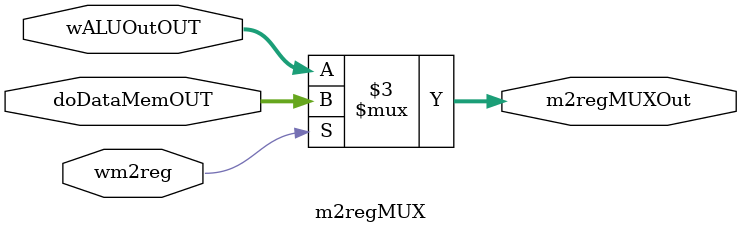
<source format=v>
`timescale 1ns / 1ps


module project(clk, m2regMUXOut);
    input clk;
    wire wwreg;
    wire wm2reg;
    wire [4:0] FMuxOUT;
    wire [31:0] wALUOutOUT;
    wire [31:0] doDataMemOUT;
    wire wregOUT, m2regOUT, wmemOUT, aluimmOUT;
    wire [3:0] alucOUT;
    wire [4:0] mux1OutOUT;
    wire [31:0] qaOUT, qbOUT, eOUT;
    
    wire [31:0] currentPC;
    wire [31:0] do;
    wire [31:0] PCD;
    wire [31:0] qaOut;
    wire [31:0] qbOut;
    
    wire [31:0] e;    
    wire [4:0] rs, rt, rd;
    wire [5:0] op, func;
    wire [15:0] imm;
    wire regrt, wreg, m2reg, wmem, aluimm;
    wire [3:0] aluc;
    wire [4:0] mux1Out;
    wire [31:0] mux2Out;
    wire [31:0] ALUOut;
    
    wire mwreg, mm2reg, mwmem; //Lab 4 Output
    wire [4:0] mmux1OutOUT;
    wire [31:0] ALUOutOUT; //Lab 4 Output
    wire [31:0] mqbOUT; //Lab 4 Output
    wire [31:0] doDataMem; //Lab 4 Output
    
    //New Project Wires
    wire [31:0] qa, qb;
    wire wpcir;
    wire [1:0] fwdb, fwda;
    
    output [31:0] m2regMUXOut;
    
    program_counter P1(.clk(clk),.pc(currentPC), .wpcir(wpcir));
    instMem M1(.a(currentPC), .do(do));
    ifid_ff FF1(.clk(clk), .do(do), .q(PCD), .wpcir(wpcir));
    assign op = PCD[31:26];
    assign rs = PCD[25:21];
    assign rt = PCD[20:16];
    assign rd = PCD[15:11];
    assign imm = PCD[15:0];
    assign func = PCD[5:0];
    
    signExtender SE(.imm(imm), .e(e));
    
    controlUnit CU(.op(op), .func(func), .wreg(wreg), .m2reg(m2reg), .wmem(wmem), .aluc(aluc), .aluimm(aluimm), .regrt(regrt),
    .rs(rs), .rt(rt), .wpcir(wpcir), .fwda(fwda), .fwdb(fwdb), .mrn(mmux1OutOUT), .mm2reg(mm2reg), .mwreg(mm2reg), .ern(mux1OutOUT), .em2reg(m2regOUT), .ewreg(wregOUT));
    
    mux_01 MUX1(.regrt(regrt), .instr(PCD), .out(mux1Out));
    
    mux_41 MUX41(.fwda(fwda), .qa(qa), .ALUOut(ALUOut), .ALUOutOUT(ALUOutOUT), .doDataMem(doDataMem), .qaOut(qaOut));
    
    mux_42 MUX42(.fwdb(fwdb), .qb(qb), .ALUOut(ALUOut), .ALUOutOUT(ALUOutOUT), .doDataMem(doDataMem), .qbOut(qbOut));
    
    id_exe FF2(.wreg(wreg), .m2reg(m2reg), .wmem(wmem), .aluc(aluc), .aluimm(aluimm), .mux1Out(mux1Out), .qaOut(qaOut), .qbOut(qbOut), .e(e), .wpcir(wpcir),
               .wregOUT(wregOUT), .m2regOUT(m2regOUT), .wmemOUT(wmemOUT), .alucOUT(alucOUT), .aluimmOUT(aluimmOUT), .mux1OutOUT(mux1OutOUT), .qaOUT(qaOUT), .qbOUT(qbOUT), .eOUT(eOUT),.clk(clk));
               
               
    // Lab 4 Starts Here
    mux2 MUX2(.qbOUT(qbOUT), .eOUT(eOUT), .aluimmOUT(aluimmOUT), .mux2Out(mux2Out));
    
    ALU ALU(.alucOUT(alucOUT), .qaOUT(qaOUT), .mux2Out(mux2Out), .ALUOut(ALUOut));
    
    
    exe_mem EXE2(.wregOUT(wregOUT), .m2regOUT(m2regOUT), .wmemOUT(wmemOUT), .mux1OutOUT(mux1OutOUT), .ALUOut(ALUOut), .qbOUT(qbOUT), .clk(clk),
    .mwreg(mwreg), .mm2reg(mm2reg), .mwmem(mwmem), .mmux1OutOUT(mmux1OutOUT), .ALUOutOUT(ALUOutOUT), .mqbOUT(mqbOUT));
    
    dataMem DMEM(.we(mwmem), .addr(ALUOutOUT), .datain(mqbOUT), .clk(clk), .doDataMem(doDataMem));
    
    mem_wb FF3(.mwreg(mwreg), .mm2reg(mm2reg), .mwmem(mwmem), .mmux1OutOUT(mmux1OutOUT), .ALUOutOUT(ALUOutOUT), .doDataMem(doDataMem), .clk(clk),
    .wwreg(wwreg), .wm2reg(wm2reg), .FMuxOUT(FMuxOUT), .wALUOutOUT(wALUOutOUT), .doDataMemOUT(doDataMemOUT));
    
    m2regMUX MUX3(.wm2reg(wm2reg), .wALUOutOUT(wALUOutOUT), .doDataMemOUT(doDataMemOUT), .m2regMUXOut(m2regMUXOut));
    
    regFile RF(.clk(clk), .we(wwreg), .rna(rs), .rnb(rt), .wn(FMuxOUT), .d(m2regMUXOut), .qa(qa), .qb(qb));
endmodule


module instMem(input [31:0] a, output reg [31:0] do);
reg [31:0] rom[1023:0];
integer i;
initial begin
    for (i=0; i<64; i=i+1)
        rom[i] = 0;
    rom[0] = 32'h34040050; // (00) main: ori $4, $zero, 0x50 no stall $4 = 0x0 | 0x50 = 0x50
    rom[4] = 32'h8c880000; // (04) lw $8, 0($4) no stall $8 = ram[$4] = ram[0x50] = 0xa3
    rom[8] = 32'h20840004; // (08) addi $4, $4, 4 no stall $4 = $4 + 4 = 0x54
    rom[12] = 32'h8c890000; // (0c) lw $9, 0($4) no stall $9 = ram[$4] = ram[0x54] = 0x27
    rom[16] = 32'h01094020; // (10) add $8, $8, $9 stall $8 = $8 + $9 = 0xa3 + 0x27 = 0xca
    rom[20] = 32'h20840004; // (14) addi $4, $4, 4 no stall $4 = $4 + 4 = 0x58
    rom[24] = 32'hac880000; // (18) sw $8, 0($4) no stall ram[$4] = $8 -> ram[0x58] = 0xca*/
end

always @(*) begin
    do = rom[a[7:2]];
end
endmodule


module program_counter(
input clk,
input wpcir,
output reg [31:0] pc);

parameter increment_amount = 32'd4;

initial 
    pc=0;
    
always @(posedge clk)
begin
    if (wpcir == 1)
        pc <= pc;
    else
        pc <= pc + increment_amount;
end
endmodule


module  ifid_ff(
input [31:0] do,
input clk,
input wpcir,
output reg [31:0] q);

always @(posedge clk)
begin
    if (wpcir == 1)
        q <= q;
    else
        q <= do;
end
endmodule


module regFile(
input clk,
input we,
input [4:0] rna,
input [4:0] rnb,
input [4:0] wn,
input [31:0] d,
output [31:0] qa,
output [31:0] qb);

reg [31:0] regfile [31:0];

integer i;
initial begin
    for (i=0; i<32; i=i+1)
        regfile[i] = 0;
end

assign qa = regfile[rna];
assign qb = regfile[rnb];

always @(negedge clk)
begin
    if (we)
        regfile[wn] = d;
end
endmodule   


module signExtender(
input [15:0] imm,
output [31:0] e);

assign e = {{16{imm[15]}}, imm};
endmodule

module controlUnit(op,func,wreg,m2reg,wmem,aluc,aluimm,regrt,
rs, rt, fwda, fwdb, wpcir, mrn, mm2reg, mwreg, ern, em2reg, ewreg);
input [5:0] op, func;
input [4:0] rs, rt;
input [4:0] mrn, ern;
input mm2reg, mwreg, em2reg, ewreg;
output reg wreg, m2reg, wmem, aluimm, regrt;
output reg [3:0] aluc;
output reg [1:0] fwda, fwdb;
output reg wpcir;

always@(*)
begin
    fwda = 2'b00;
    fwdb = 2'b00;
    
    //I-Type Forwarding
    if ((ewreg == 1) && (em2reg == 0) && (ern == rt)) begin
        fwda = 2'b01;
        wpcir = 0; 
    end
    else begin
        if ((ewreg == 1) && (em2reg == 1) && (ern == rt)) begin
            wpcir = 1;
        end
        else begin
            if ((mwreg == 1) && (mm2reg == 1) && (mrn == rt)) begin
                fwda = 2'b11;
                wpcir = 0;
            end
            else begin
                if ((mwreg == 1) && (mm2reg == 0) && (mrn == rt)) begin
                    fwda = 2'b10;
                    wpcir = 0;
                end
            end
        end
    end
    
    case(op)
        6'b000000: //Rtype
        begin
            //R-type forwarding
            if ((ewreg == 1) && (em2reg == 0) && (ern == rs)) begin
                fwdb = 2'b01;
                wpcir = 0;
            end
            else if ((ewreg == 1) && (em2reg == 1) && (ern == rs)) begin
                wpcir = 1;
            end
            else if ((mwreg == 1) && (mm2reg == 1) && (mrn == rs)) begin
                fwdb = 2'b11;
                wpcir = 0;
            end
            else if ((mwreg == 1) && (mm2reg == 0) && (mrn == rs)) begin
                fwdb = 2'b10;
                wpcir = 0;
            end
            else begin      
            case(func)
                6'b100000: //Add
                begin
                    wreg=1;
                    m2reg=0;
                    wmem=0;
                    aluimm=0;
                    regrt=0;
                    aluc=4'b0010;
                end
                6'b100010: //sub
                begin
                    wreg=1;
                    m2reg=0;
                    wmem=0;
                    aluimm=0;
                    regrt=0;
                    aluc=4'b0110;               
                end
                6'b100100: //and
                begin
                    wreg=1;
                    m2reg=0;
                    wmem=0;
                    aluimm=0;
                    regrt=0;
                    aluc=4'b0000;
                end
                6'b100101: //or
                begin
                    wreg=1;
                    m2reg=0;
                    wmem=0;
                    aluimm=0;
                    regrt=0;
                    aluc=4'b0001;
                end
                6'b100110: //xor
                begin
                    wreg=1;
                    m2reg=0;
                    wmem=0;
                    aluimm=0;
                    regrt=0;
                    aluc=4'b1100;
                end
            endcase
        end
        end
        6'b100011: //Lw
        begin
            wreg=1;
            m2reg=1;
            wmem=0;
            aluimm=1;
            regrt=1;
            aluc=4'b0010;
        end
        6'b101011: //Sw
        begin
            wreg=1;
            m2reg=1;
            wmem=0;
            aluimm=1;
            regrt=1;
            aluc=4'b0010;
        end
        6'b001000: //addi
        begin
           wreg=1;
           m2reg=0;
           wmem=0;
           aluimm=0;
           regrt=0;
           aluc=4'b0010;
        end
        6'b001100: //andi
        begin
            wreg=1;
            m2reg=0;
            wmem=0;
            aluimm=0;
            regrt=0;
            aluc=4'b0000;
        end
        6'b001101: //ori
        begin
            wreg=1;
            m2reg=0;
            wmem=0;
            aluimm=0;
            regrt=0;
            aluc=4'b0001;
        end
        6'b001110: //xori
        begin
            wreg=1;
            m2reg=0;
            wmem=0;
            aluimm=0;
            regrt=0;
            aluc=4'b0001;
        end
    endcase
end
endmodule

module mux_01(
input regrt,
input [31:0] instr,
output [4:0] out);

wire [4:0] rd;
wire [4:0] rt;
assign rd = instr[15:11];
assign rt = instr[20:16];
assign out = regrt ? rt : rd;
endmodule

module mux_41(
input [1:0] fwda,
input [31:0] qa,
input [31:0] ALUOut,
input [31:0] ALUOutOUT,
input [31:0] doDataMem,
output reg [31:0] qaOut);

always @ (qa or ALUOut or ALUOutOUT or doDataMem or fwda) begin
      case (fwda)
         2'b00 : qaOut = qa;
         2'b01 : qaOut = ALUOut;
         2'b10 : qaOut = ALUOutOUT;
         2'b11 : qaOut = doDataMem;
      endcase
   end
endmodule

module mux_42(
input [1:0] fwdb,
input [31:0] qb,
input [31:0] ALUOut,
input [31:0] ALUOutOUT,
input [31:0] doDataMem,
output reg [31:0] qbOut);

always @ (qb or ALUOut or ALUOutOUT or doDataMem or fwdb) begin
      case (fwdb)
         2'b00 : qbOut = qb;
         2'b01 : qbOut = ALUOut;
         2'b10 : qbOut = ALUOutOUT;
         2'b11 : qbOut = doDataMem;
      endcase
   end
endmodule

module id_exe(
input wreg,
input m2reg,
input wmem,
input [3:0] aluc,
input aluimm,
input [4:0] mux1Out,
input [31:0] qaOut,
input [31:0] qbOut,
input [31:0] e,
input clk,
input wpcir,
output reg wregOUT,
output reg m2regOUT,
output reg wmemOUT,
output reg [3:0] alucOUT,
output reg aluimmOUT,
output reg [4:0] mux1OutOUT,
output reg [31:0] qaOUT,
output reg [31:0] qbOUT,
output reg [31:0] eOUT);

always @(posedge clk)
begin
    if (wpcir == 1) begin
        wregOUT = 0;
        m2regOUT = 0;
        wmemOUT = 0;
        alucOUT = 0;
        aluimmOUT = 0;
        mux1OutOUT = 0;
        qaOUT = 0;
        qbOUT = 0;
        eOUT = 0;
    end
    else begin
    wregOUT = wreg;
    m2regOUT = m2reg;
    wmemOUT = wmem;
    alucOUT = aluc;
    aluimmOUT = aluimm;
    mux1OutOUT = mux1Out;
    qaOUT = qaOut;
    qbOUT = qbOut;
    eOUT = e;
    end
end
endmodule


// LAB 4 BEGINS HERE

//Green 2nd MUX
module mux2(
input [31:0] qbOUT,
input [31:0] eOUT,
input aluimmOUT,
output [31:0] mux2Out);

assign mux2Out = aluimmOUT ? eOUT : qbOUT;
endmodule

//Green ALU
module ALU(
input [3:0] alucOUT,
input [31:0] qaOUT,
input [31:0] mux2Out,
output reg [31:0] ALUOut
);

always@(*)
begin
    case(alucOUT)
    4'b0010:
        begin
            ALUOut = qaOUT + mux2Out;
        end
    4'b0001:
        begin
            ALUOut = qaOUT | mux2Out;
        end
    4'b0000:
        begin
            ALUOut = qaOUT & mux2Out;
        end
    4'b0110:
        begin
            ALUOut = qaOUT - mux2Out;
        end
    4'b0111:
        begin
            if (qaOUT < mux2Out)
                ALUOut = 1;
            else
                ALUOut = 0;
        end
    4'b1100:
        begin
            ALUOut = ~(qaOUT | mux2Out);
        end
    endcase
end
endmodule

//EXE/MEM Pipe
module exe_mem(
input wregOUT,
input m2regOUT,
input wmemOUT,
input [4:0] mux1OutOUT,
input [31:0] ALUOut,
input [31:0] qbOUT,
input clk,
output reg mwreg,
output reg mm2reg,
output reg mwmem,
output reg [4:0] mmux1OutOUT,
output reg [31:0] ALUOutOUT,
output reg [31:0] mqbOUT);

always @(posedge clk)
begin
    mwreg = wregOUT;
    mm2reg = m2regOUT;
    mwmem = wmemOUT;
    mmux1OutOUT = mux1OutOUT;
    ALUOutOUT = ALUOut;
    mqbOUT = qbOUT;
end
endmodule

//Blue DataMem
module dataMem(
input we,
input [31:0] addr,
input [31:0] datain,
input clk,
output [31:0] doDataMem);

reg[31:0]data_memory[127:0];
    initial begin
         data_memory[0] = 32'hA00000AA;
         data_memory[4] = 32'h10000011;
         data_memory[8] = 32'h20000022;
         data_memory[12] = 32'h30000033;
         data_memory[16] = 32'h40000044;
         data_memory[20] = 32'h50000055;
         data_memory[24] = 32'h60000066;
         data_memory[28] = 32'h70000077;
         data_memory[32] = 32'h80000088;
         data_memory[36] = 32'h90000099;
         data_memory[80] = 32'h000000a3;
         data_memory[84] = 32'h00000027;
         data_memory[88] = 32'h00000000;
     end
     
     always @(posedge clk)
     begin
        if (we)
            data_memory[addr] = datain;
     end    
     assign doDataMem = data_memory[addr];
endmodule

//Red MEM/WB
module mem_wb(
input mwreg,
input mm2reg,
input mwmem,
input [4:0] mmux1OutOUT,
input [31:0] ALUOutOUT,
input [31:0] doDataMem,
input clk,
output reg wwreg,
output reg wm2reg,
output reg [4:0] FMuxOUT,
output reg [31:0] wALUOutOUT,
output reg [31:0] doDataMemOUT);

always @(posedge clk)
begin
    wwreg = mwreg;
    wm2reg = mm2reg;
    FMuxOUT = mmux1OutOUT;
    wALUOutOUT = ALUOutOUT;
    doDataMemOUT = doDataMem;
end
endmodule

module m2regMUX(
input wm2reg,
input [31:0] wALUOutOUT,
input [31:0] doDataMemOUT,
output [31:0] m2regMUXOut
);

assign m2regMUXOut = wm2reg ? doDataMemOUT : wALUOutOUT;
endmodule
</source>
